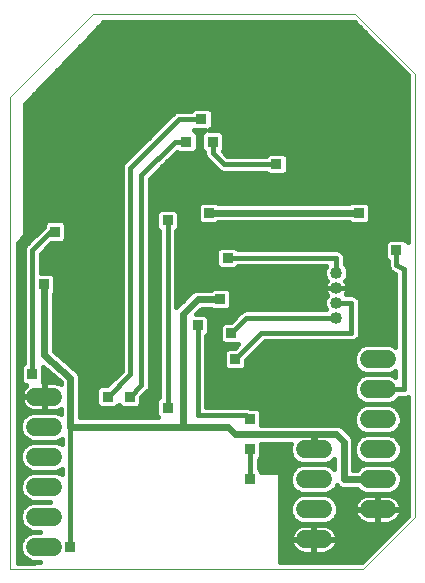
<source format=gbl>
G75*
%MOIN*%
%OFA0B0*%
%FSLAX25Y25*%
%IPPOS*%
%LPD*%
%AMOC8*
5,1,8,0,0,1.08239X$1,22.5*
%
%ADD10C,0.00000*%
%ADD11C,0.06000*%
%ADD12C,0.04000*%
%ADD13R,0.03562X0.03562*%
%ADD14C,0.02400*%
%ADD15C,0.01600*%
D10*
X0002817Y0003271D02*
X0002817Y0160771D01*
X0030317Y0188271D01*
X0117817Y0188271D01*
X0137817Y0168271D01*
X0137817Y0020771D01*
X0120317Y0003271D01*
X0002817Y0003271D01*
D11*
X0011167Y0010771D02*
X0017167Y0010771D01*
X0017167Y0020771D02*
X0011167Y0020771D01*
X0011167Y0030771D02*
X0017167Y0030771D01*
X0017167Y0040771D02*
X0011167Y0040771D01*
X0011167Y0050771D02*
X0017167Y0050771D01*
X0017167Y0060771D02*
X0011167Y0060771D01*
X0101067Y0043271D02*
X0107067Y0043271D01*
X0107067Y0033271D02*
X0101067Y0033271D01*
X0101067Y0023271D02*
X0107067Y0023271D01*
X0107067Y0013271D02*
X0101067Y0013271D01*
X0122317Y0023271D02*
X0128317Y0023271D01*
X0128317Y0033271D02*
X0122317Y0033271D01*
X0122317Y0043271D02*
X0128317Y0043271D01*
X0128317Y0053271D02*
X0122317Y0053271D01*
X0122317Y0063271D02*
X0128317Y0063271D01*
X0128317Y0073271D02*
X0122317Y0073271D01*
D12*
X0111567Y0087021D03*
X0111567Y0092021D03*
X0111567Y0097021D03*
X0111567Y0102021D03*
D13*
X0119067Y0122021D03*
X0131567Y0109521D03*
X0091567Y0138271D03*
X0089067Y0128271D03*
X0075317Y0107021D03*
X0072817Y0093271D03*
X0065317Y0084521D03*
X0076567Y0082021D03*
X0077817Y0073271D03*
X0082817Y0053271D03*
X0082817Y0043271D03*
X0082817Y0033271D03*
X0055317Y0057021D03*
X0042817Y0060771D03*
X0035317Y0060771D03*
X0010157Y0068271D03*
X0014107Y0098331D03*
X0021915Y0099521D03*
X0017817Y0115771D03*
X0055317Y0119521D03*
X0069067Y0122021D03*
X0070317Y0145771D03*
X0066567Y0153271D03*
X0061567Y0145771D03*
X0022897Y0010771D03*
D14*
X0022897Y0050771D02*
X0060317Y0050771D01*
X0075317Y0050771D01*
X0077817Y0048271D01*
X0104067Y0048271D01*
X0104067Y0043271D01*
X0104067Y0048271D02*
X0111567Y0048271D01*
X0114067Y0045771D01*
X0114067Y0033271D01*
X0125317Y0033271D01*
X0072817Y0093271D02*
X0065317Y0093271D01*
X0060317Y0088271D01*
X0060317Y0050771D01*
X0022897Y0050771D02*
X0022897Y0067081D01*
X0014107Y0074581D01*
X0014107Y0098331D01*
X0069067Y0122021D02*
X0119067Y0122021D01*
D15*
X0122848Y0121560D02*
X0135317Y0121560D01*
X0135317Y0119962D02*
X0122848Y0119962D01*
X0122848Y0119411D02*
X0121676Y0118239D01*
X0116457Y0118239D01*
X0115876Y0118821D01*
X0072257Y0118821D01*
X0071676Y0118239D01*
X0066457Y0118239D01*
X0065286Y0119411D01*
X0065286Y0124630D01*
X0066457Y0125802D01*
X0071676Y0125802D01*
X0072257Y0125221D01*
X0115876Y0125221D01*
X0116457Y0125802D01*
X0121676Y0125802D01*
X0122848Y0124630D01*
X0122848Y0119411D01*
X0121800Y0118363D02*
X0135317Y0118363D01*
X0135317Y0116765D02*
X0058952Y0116765D01*
X0059098Y0116911D02*
X0058117Y0115930D01*
X0058117Y0090596D01*
X0058504Y0090983D01*
X0063504Y0095983D01*
X0064680Y0096471D01*
X0069626Y0096471D01*
X0070207Y0097052D01*
X0075426Y0097052D01*
X0076598Y0095880D01*
X0076598Y0090661D01*
X0075426Y0089489D01*
X0070207Y0089489D01*
X0069626Y0090071D01*
X0066642Y0090071D01*
X0064873Y0088302D01*
X0067926Y0088302D01*
X0069098Y0087130D01*
X0069098Y0081911D01*
X0068117Y0080930D01*
X0068117Y0057321D01*
X0082124Y0057321D01*
X0082773Y0057052D01*
X0085426Y0057052D01*
X0086598Y0055880D01*
X0086598Y0051471D01*
X0112203Y0051471D01*
X0113379Y0050983D01*
X0116779Y0047583D01*
X0117267Y0046407D01*
X0117267Y0036471D01*
X0118446Y0036471D01*
X0119484Y0037509D01*
X0121322Y0038271D01*
X0129311Y0038271D01*
X0131149Y0039032D01*
X0132555Y0040438D01*
X0133317Y0042276D01*
X0133317Y0044265D01*
X0132555Y0046103D01*
X0131149Y0047509D01*
X0129311Y0048271D01*
X0131149Y0049032D01*
X0132555Y0050438D01*
X0133317Y0052276D01*
X0133317Y0054265D01*
X0132555Y0056103D01*
X0131149Y0057509D01*
X0129311Y0058271D01*
X0131149Y0059032D01*
X0132555Y0060438D01*
X0132569Y0060471D01*
X0134624Y0060471D01*
X0135317Y0060758D01*
X0135317Y0021099D01*
X0119988Y0005771D01*
X0092817Y0005771D01*
X0092817Y0035771D01*
X0086598Y0035771D01*
X0086598Y0035880D01*
X0085617Y0036861D01*
X0085617Y0039680D01*
X0086598Y0040661D01*
X0086598Y0045071D01*
X0096400Y0045071D01*
X0096067Y0044265D01*
X0096067Y0042276D01*
X0096828Y0040438D01*
X0098234Y0039032D01*
X0100072Y0038271D01*
X0108061Y0038271D01*
X0109899Y0039032D01*
X0110867Y0040000D01*
X0110867Y0036542D01*
X0109899Y0037509D01*
X0108061Y0038271D01*
X0100072Y0038271D01*
X0098234Y0037509D01*
X0096828Y0036103D01*
X0096067Y0034265D01*
X0096067Y0032276D01*
X0096828Y0030438D01*
X0098234Y0029032D01*
X0100072Y0028271D01*
X0108061Y0028271D01*
X0109899Y0029032D01*
X0111305Y0030438D01*
X0111618Y0031194D01*
X0112254Y0030558D01*
X0113430Y0030071D01*
X0118446Y0030071D01*
X0119484Y0029032D01*
X0121322Y0028271D01*
X0129311Y0028271D01*
X0131149Y0029032D01*
X0132555Y0030438D01*
X0133317Y0032276D01*
X0133317Y0034265D01*
X0132555Y0036103D01*
X0131149Y0037509D01*
X0129311Y0038271D01*
X0121322Y0038271D01*
X0119484Y0039032D01*
X0118078Y0040438D01*
X0117317Y0042276D01*
X0117317Y0044265D01*
X0118078Y0046103D01*
X0119484Y0047509D01*
X0121322Y0048271D01*
X0129311Y0048271D01*
X0121322Y0048271D01*
X0119484Y0049032D01*
X0118078Y0050438D01*
X0117317Y0052276D01*
X0117317Y0054265D01*
X0118078Y0056103D01*
X0119484Y0057509D01*
X0121322Y0058271D01*
X0129311Y0058271D01*
X0121322Y0058271D01*
X0119484Y0059032D01*
X0118078Y0060438D01*
X0117317Y0062276D01*
X0117317Y0064265D01*
X0118078Y0066103D01*
X0119484Y0067509D01*
X0121322Y0068271D01*
X0129311Y0068271D01*
X0131149Y0069032D01*
X0131267Y0069150D01*
X0131267Y0067392D01*
X0131149Y0067509D01*
X0129311Y0068271D01*
X0121322Y0068271D01*
X0119484Y0069032D01*
X0118078Y0070438D01*
X0117317Y0072276D01*
X0117317Y0074265D01*
X0118078Y0076103D01*
X0119484Y0077509D01*
X0121322Y0078271D01*
X0129311Y0078271D01*
X0131149Y0077509D01*
X0131267Y0077392D01*
X0131267Y0101540D01*
X0130403Y0101972D01*
X0129981Y0102147D01*
X0129908Y0102219D01*
X0129816Y0102265D01*
X0129517Y0102611D01*
X0129193Y0102935D01*
X0129154Y0103029D01*
X0129086Y0103107D01*
X0128942Y0103541D01*
X0128767Y0103964D01*
X0128767Y0104066D01*
X0128734Y0104164D01*
X0128767Y0104620D01*
X0128767Y0105930D01*
X0127786Y0106911D01*
X0127786Y0112130D01*
X0128957Y0113302D01*
X0134176Y0113302D01*
X0135317Y0112161D01*
X0135317Y0167942D01*
X0117488Y0185771D01*
X0034027Y0185771D01*
X0007797Y0158271D01*
X0007797Y0114561D01*
X0005317Y0112101D01*
X0005317Y0073511D01*
X0005357Y0069721D01*
X0005357Y0005271D01*
X0009833Y0005271D01*
X0012817Y0005771D01*
X0010172Y0005771D01*
X0008334Y0006532D01*
X0006928Y0007938D01*
X0006167Y0009776D01*
X0006167Y0011765D01*
X0006928Y0013603D01*
X0008334Y0015009D01*
X0010172Y0015771D01*
X0012817Y0015771D01*
X0010172Y0015771D01*
X0008334Y0016532D01*
X0006928Y0017938D01*
X0006167Y0019776D01*
X0006167Y0021765D01*
X0006928Y0023603D01*
X0008334Y0025009D01*
X0010172Y0025771D01*
X0016150Y0025771D01*
X0016150Y0025771D01*
X0010172Y0025771D01*
X0008334Y0026532D01*
X0006928Y0027938D01*
X0006167Y0029776D01*
X0006167Y0031765D01*
X0006928Y0033603D01*
X0008334Y0035009D01*
X0010172Y0035771D01*
X0018161Y0035771D01*
X0019999Y0036532D01*
X0020097Y0036630D01*
X0020097Y0034912D01*
X0019999Y0035009D01*
X0018161Y0035771D01*
X0010172Y0035771D01*
X0008334Y0036532D01*
X0006928Y0037938D01*
X0006167Y0039776D01*
X0006167Y0041765D01*
X0006928Y0043603D01*
X0008334Y0045009D01*
X0010172Y0045771D01*
X0018161Y0045771D01*
X0019999Y0046532D01*
X0020097Y0046630D01*
X0020097Y0044912D01*
X0019999Y0045009D01*
X0018161Y0045771D01*
X0010172Y0045771D01*
X0008334Y0046532D01*
X0006928Y0047938D01*
X0006167Y0049776D01*
X0006167Y0051765D01*
X0006928Y0053603D01*
X0008334Y0055009D01*
X0010172Y0055771D01*
X0018161Y0055771D01*
X0019697Y0055135D01*
X0019697Y0056676D01*
X0019682Y0056665D01*
X0019009Y0056322D01*
X0018291Y0056089D01*
X0017544Y0055971D01*
X0014367Y0055971D01*
X0014367Y0060570D01*
X0013967Y0060570D01*
X0013967Y0055971D01*
X0010789Y0055971D01*
X0010043Y0056089D01*
X0009324Y0056322D01*
X0008651Y0056665D01*
X0008040Y0057109D01*
X0007505Y0057644D01*
X0007061Y0058255D01*
X0006718Y0058928D01*
X0006485Y0059647D01*
X0006367Y0060393D01*
X0006367Y0060571D01*
X0013967Y0060571D01*
X0013967Y0060971D01*
X0013967Y0065571D01*
X0013847Y0065571D01*
X0013938Y0065661D01*
X0013938Y0070518D01*
X0019697Y0065604D01*
X0019697Y0064866D01*
X0019682Y0064876D01*
X0019009Y0065219D01*
X0018291Y0065452D01*
X0017544Y0065571D01*
X0014367Y0065571D01*
X0014367Y0060971D01*
X0013967Y0060971D01*
X0006367Y0060971D01*
X0006367Y0061148D01*
X0006485Y0061895D01*
X0006718Y0062613D01*
X0007061Y0063286D01*
X0007505Y0063898D01*
X0008040Y0064432D01*
X0008119Y0064489D01*
X0007547Y0064489D01*
X0006376Y0065661D01*
X0006376Y0070880D01*
X0007357Y0071861D01*
X0007357Y0109520D01*
X0007356Y0110073D01*
X0007357Y0110075D01*
X0007357Y0110078D01*
X0007569Y0110591D01*
X0007780Y0111103D01*
X0007782Y0111105D01*
X0007783Y0111107D01*
X0008175Y0111499D01*
X0014036Y0117378D01*
X0014036Y0118380D01*
X0015207Y0119552D01*
X0020426Y0119552D01*
X0021598Y0118380D01*
X0021598Y0113161D01*
X0020426Y0111989D01*
X0016572Y0111989D01*
X0012957Y0108363D01*
X0012957Y0102112D01*
X0016716Y0102112D01*
X0017888Y0100940D01*
X0017888Y0095721D01*
X0017307Y0095140D01*
X0017307Y0076057D01*
X0024589Y0069843D01*
X0024709Y0069793D01*
X0025070Y0069433D01*
X0025458Y0069102D01*
X0025517Y0068985D01*
X0025609Y0068893D01*
X0025805Y0068422D01*
X0026036Y0067968D01*
X0026047Y0067838D01*
X0026097Y0067717D01*
X0026097Y0067207D01*
X0026137Y0066699D01*
X0026097Y0066575D01*
X0026097Y0053971D01*
X0051976Y0053971D01*
X0051536Y0054411D01*
X0051536Y0059630D01*
X0052517Y0060611D01*
X0052517Y0115930D01*
X0051536Y0116911D01*
X0051536Y0122130D01*
X0052707Y0123302D01*
X0057926Y0123302D01*
X0059098Y0122130D01*
X0059098Y0116911D01*
X0059098Y0118363D02*
X0066333Y0118363D01*
X0065286Y0119962D02*
X0059098Y0119962D01*
X0059098Y0121560D02*
X0065286Y0121560D01*
X0065286Y0123159D02*
X0058069Y0123159D01*
X0055317Y0119521D02*
X0055317Y0057021D01*
X0052517Y0060817D02*
X0046823Y0060817D01*
X0046598Y0060592D02*
X0048153Y0062147D01*
X0048940Y0062935D01*
X0049367Y0063964D01*
X0049367Y0133361D01*
X0058476Y0142470D01*
X0058957Y0141989D01*
X0064176Y0141989D01*
X0065348Y0143161D01*
X0065348Y0148380D01*
X0064238Y0149489D01*
X0067645Y0149489D01*
X0066536Y0148380D01*
X0066536Y0143161D01*
X0067517Y0142180D01*
X0067517Y0141464D01*
X0067943Y0140435D01*
X0071693Y0136685D01*
X0071693Y0136685D01*
X0072481Y0135897D01*
X0073510Y0135471D01*
X0087976Y0135471D01*
X0088957Y0134489D01*
X0094176Y0134489D01*
X0095348Y0135661D01*
X0095348Y0140880D01*
X0094176Y0142052D01*
X0088957Y0142052D01*
X0087976Y0141071D01*
X0075226Y0141071D01*
X0073617Y0142680D01*
X0074098Y0143161D01*
X0074098Y0148380D01*
X0072926Y0149552D01*
X0069238Y0149552D01*
X0070348Y0150661D01*
X0070348Y0155880D01*
X0069176Y0157052D01*
X0063957Y0157052D01*
X0062976Y0156071D01*
X0058510Y0156071D01*
X0057481Y0155644D01*
X0041231Y0139394D01*
X0040443Y0138607D01*
X0040017Y0137578D01*
X0040017Y0069430D01*
X0035138Y0064552D01*
X0032707Y0064552D01*
X0031536Y0063380D01*
X0031536Y0058161D01*
X0032707Y0056989D01*
X0037926Y0056989D01*
X0039067Y0058130D01*
X0040207Y0056989D01*
X0045426Y0056989D01*
X0046598Y0058161D01*
X0046598Y0060592D01*
X0046598Y0059218D02*
X0051536Y0059218D01*
X0051536Y0057620D02*
X0046057Y0057620D01*
X0042817Y0060771D02*
X0046567Y0064521D01*
X0046567Y0134521D01*
X0057817Y0145771D01*
X0061567Y0145771D01*
X0065348Y0145538D02*
X0066536Y0145538D01*
X0066536Y0143940D02*
X0065348Y0143940D01*
X0064528Y0142341D02*
X0067356Y0142341D01*
X0067815Y0140743D02*
X0056748Y0140743D01*
X0058347Y0142341D02*
X0058606Y0142341D01*
X0055150Y0139144D02*
X0069233Y0139144D01*
X0070832Y0137546D02*
X0053551Y0137546D01*
X0051953Y0135947D02*
X0072430Y0135947D01*
X0074067Y0138271D02*
X0091567Y0138271D01*
X0095348Y0137546D02*
X0135317Y0137546D01*
X0135317Y0139144D02*
X0095348Y0139144D01*
X0095348Y0140743D02*
X0135317Y0140743D01*
X0135317Y0142341D02*
X0073956Y0142341D01*
X0074098Y0143940D02*
X0135317Y0143940D01*
X0135317Y0145538D02*
X0074098Y0145538D01*
X0074098Y0147137D02*
X0135317Y0147137D01*
X0135317Y0148735D02*
X0073743Y0148735D01*
X0070020Y0150334D02*
X0135317Y0150334D01*
X0135317Y0151932D02*
X0070348Y0151932D01*
X0070348Y0153531D02*
X0135317Y0153531D01*
X0135317Y0155129D02*
X0070348Y0155129D01*
X0069500Y0156728D02*
X0135317Y0156728D01*
X0135317Y0158326D02*
X0007850Y0158326D01*
X0007797Y0156728D02*
X0063633Y0156728D01*
X0066567Y0153271D02*
X0059067Y0153271D01*
X0042817Y0137021D01*
X0042817Y0068271D01*
X0035317Y0060771D01*
X0031536Y0060817D02*
X0026097Y0060817D01*
X0026097Y0062416D02*
X0031536Y0062416D01*
X0032169Y0064014D02*
X0026097Y0064014D01*
X0026097Y0065613D02*
X0036199Y0065613D01*
X0037797Y0067211D02*
X0026097Y0067211D01*
X0025644Y0068810D02*
X0039396Y0068810D01*
X0040017Y0070408D02*
X0023927Y0070408D01*
X0022053Y0072007D02*
X0040017Y0072007D01*
X0040017Y0073605D02*
X0020180Y0073605D01*
X0018307Y0075204D02*
X0040017Y0075204D01*
X0040017Y0076802D02*
X0017307Y0076802D01*
X0017307Y0078401D02*
X0040017Y0078401D01*
X0040017Y0079999D02*
X0017307Y0079999D01*
X0017307Y0081598D02*
X0040017Y0081598D01*
X0040017Y0083196D02*
X0017307Y0083196D01*
X0017307Y0084795D02*
X0040017Y0084795D01*
X0040017Y0086393D02*
X0017307Y0086393D01*
X0017307Y0087992D02*
X0040017Y0087992D01*
X0040017Y0089590D02*
X0017307Y0089590D01*
X0017307Y0091189D02*
X0040017Y0091189D01*
X0040017Y0092787D02*
X0017307Y0092787D01*
X0017307Y0094386D02*
X0040017Y0094386D01*
X0040017Y0095984D02*
X0017888Y0095984D01*
X0017888Y0097583D02*
X0040017Y0097583D01*
X0040017Y0099181D02*
X0017888Y0099181D01*
X0017888Y0100780D02*
X0040017Y0100780D01*
X0040017Y0102378D02*
X0012957Y0102378D01*
X0012957Y0103977D02*
X0040017Y0103977D01*
X0040017Y0105575D02*
X0012957Y0105575D01*
X0012957Y0107174D02*
X0040017Y0107174D01*
X0040017Y0108772D02*
X0013364Y0108772D01*
X0014958Y0110371D02*
X0040017Y0110371D01*
X0040017Y0111969D02*
X0016551Y0111969D01*
X0016567Y0115951D02*
X0010157Y0109521D01*
X0010157Y0068271D01*
X0013938Y0068810D02*
X0015940Y0068810D01*
X0014067Y0070408D02*
X0013938Y0070408D01*
X0013938Y0067211D02*
X0017814Y0067211D01*
X0019687Y0065613D02*
X0013889Y0065613D01*
X0013967Y0064014D02*
X0014367Y0064014D01*
X0014367Y0062416D02*
X0013967Y0062416D01*
X0013967Y0060817D02*
X0005357Y0060817D01*
X0005357Y0062416D02*
X0006654Y0062416D01*
X0007622Y0064014D02*
X0005357Y0064014D01*
X0005357Y0065613D02*
X0006424Y0065613D01*
X0006376Y0067211D02*
X0005357Y0067211D01*
X0005357Y0068810D02*
X0006376Y0068810D01*
X0006376Y0070408D02*
X0005349Y0070408D01*
X0005333Y0072007D02*
X0007357Y0072007D01*
X0007357Y0073605D02*
X0005317Y0073605D01*
X0005317Y0075204D02*
X0007357Y0075204D01*
X0007357Y0076802D02*
X0005317Y0076802D01*
X0005317Y0078401D02*
X0007357Y0078401D01*
X0007357Y0079999D02*
X0005317Y0079999D01*
X0005317Y0081598D02*
X0007357Y0081598D01*
X0007357Y0083196D02*
X0005317Y0083196D01*
X0005317Y0084795D02*
X0007357Y0084795D01*
X0007357Y0086393D02*
X0005317Y0086393D01*
X0005317Y0087992D02*
X0007357Y0087992D01*
X0007357Y0089590D02*
X0005317Y0089590D01*
X0005317Y0091189D02*
X0007357Y0091189D01*
X0007357Y0092787D02*
X0005317Y0092787D01*
X0005317Y0094386D02*
X0007357Y0094386D01*
X0007357Y0095984D02*
X0005317Y0095984D01*
X0005317Y0097583D02*
X0007357Y0097583D01*
X0007357Y0099181D02*
X0005317Y0099181D01*
X0005317Y0100780D02*
X0007357Y0100780D01*
X0007357Y0102378D02*
X0005317Y0102378D01*
X0005317Y0103977D02*
X0007357Y0103977D01*
X0007357Y0105575D02*
X0005317Y0105575D01*
X0005317Y0107174D02*
X0007357Y0107174D01*
X0007357Y0108772D02*
X0005317Y0108772D01*
X0005317Y0110371D02*
X0007478Y0110371D01*
X0008644Y0111969D02*
X0005317Y0111969D01*
X0006796Y0113568D02*
X0010238Y0113568D01*
X0011831Y0115166D02*
X0007797Y0115166D01*
X0007797Y0116765D02*
X0013425Y0116765D01*
X0014036Y0118363D02*
X0007797Y0118363D01*
X0007797Y0119962D02*
X0040017Y0119962D01*
X0040017Y0121560D02*
X0007797Y0121560D01*
X0007797Y0123159D02*
X0040017Y0123159D01*
X0040017Y0124757D02*
X0007797Y0124757D01*
X0007797Y0126356D02*
X0040017Y0126356D01*
X0040017Y0127954D02*
X0007797Y0127954D01*
X0007797Y0129553D02*
X0040017Y0129553D01*
X0040017Y0131151D02*
X0007797Y0131151D01*
X0007797Y0132750D02*
X0040017Y0132750D01*
X0040017Y0134349D02*
X0007797Y0134349D01*
X0007797Y0135947D02*
X0040017Y0135947D01*
X0040017Y0137546D02*
X0007797Y0137546D01*
X0007797Y0139144D02*
X0040980Y0139144D01*
X0042579Y0140743D02*
X0007797Y0140743D01*
X0007797Y0142341D02*
X0044177Y0142341D01*
X0045776Y0143940D02*
X0007797Y0143940D01*
X0007797Y0145538D02*
X0047374Y0145538D01*
X0048973Y0147137D02*
X0007797Y0147137D01*
X0007797Y0148735D02*
X0050571Y0148735D01*
X0052170Y0150334D02*
X0007797Y0150334D01*
X0007797Y0151932D02*
X0053768Y0151932D01*
X0055367Y0153531D02*
X0007797Y0153531D01*
X0007797Y0155129D02*
X0056965Y0155129D01*
X0064993Y0148735D02*
X0066891Y0148735D01*
X0066536Y0147137D02*
X0065348Y0147137D01*
X0070317Y0145771D02*
X0070317Y0142021D01*
X0074067Y0138271D01*
X0065413Y0124757D02*
X0049367Y0124757D01*
X0049367Y0123159D02*
X0052564Y0123159D01*
X0051536Y0121560D02*
X0049367Y0121560D01*
X0049367Y0119962D02*
X0051536Y0119962D01*
X0051536Y0118363D02*
X0049367Y0118363D01*
X0049367Y0116765D02*
X0051682Y0116765D01*
X0052517Y0115166D02*
X0049367Y0115166D01*
X0049367Y0113568D02*
X0052517Y0113568D01*
X0052517Y0111969D02*
X0049367Y0111969D01*
X0049367Y0110371D02*
X0052517Y0110371D01*
X0052517Y0108772D02*
X0049367Y0108772D01*
X0049367Y0107174D02*
X0052517Y0107174D01*
X0052517Y0105575D02*
X0049367Y0105575D01*
X0049367Y0103977D02*
X0052517Y0103977D01*
X0052517Y0102378D02*
X0049367Y0102378D01*
X0049367Y0100780D02*
X0052517Y0100780D01*
X0052517Y0099181D02*
X0049367Y0099181D01*
X0049367Y0097583D02*
X0052517Y0097583D01*
X0052517Y0095984D02*
X0049367Y0095984D01*
X0049367Y0094386D02*
X0052517Y0094386D01*
X0052517Y0092787D02*
X0049367Y0092787D01*
X0049367Y0091189D02*
X0052517Y0091189D01*
X0052517Y0089590D02*
X0049367Y0089590D01*
X0049367Y0087992D02*
X0052517Y0087992D01*
X0052517Y0086393D02*
X0049367Y0086393D01*
X0049367Y0084795D02*
X0052517Y0084795D01*
X0052517Y0083196D02*
X0049367Y0083196D01*
X0049367Y0081598D02*
X0052517Y0081598D01*
X0052517Y0079999D02*
X0049367Y0079999D01*
X0049367Y0078401D02*
X0052517Y0078401D01*
X0052517Y0076802D02*
X0049367Y0076802D01*
X0049367Y0075204D02*
X0052517Y0075204D01*
X0052517Y0073605D02*
X0049367Y0073605D01*
X0049367Y0072007D02*
X0052517Y0072007D01*
X0052517Y0070408D02*
X0049367Y0070408D01*
X0049367Y0068810D02*
X0052517Y0068810D01*
X0052517Y0067211D02*
X0049367Y0067211D01*
X0049367Y0065613D02*
X0052517Y0065613D01*
X0052517Y0064014D02*
X0049367Y0064014D01*
X0048421Y0062416D02*
X0052517Y0062416D01*
X0051536Y0056021D02*
X0026097Y0056021D01*
X0026097Y0054423D02*
X0051536Y0054423D01*
X0039577Y0057620D02*
X0038557Y0057620D01*
X0032077Y0057620D02*
X0026097Y0057620D01*
X0026097Y0059218D02*
X0031536Y0059218D01*
X0022897Y0050771D02*
X0022897Y0010771D01*
X0012817Y0015771D02*
X0012817Y0015771D01*
X0009477Y0016059D02*
X0005357Y0016059D01*
X0005357Y0017657D02*
X0007209Y0017657D01*
X0006382Y0019256D02*
X0005357Y0019256D01*
X0005357Y0020854D02*
X0006167Y0020854D01*
X0006451Y0022453D02*
X0005357Y0022453D01*
X0005357Y0024051D02*
X0007376Y0024051D01*
X0005357Y0025650D02*
X0009880Y0025650D01*
X0007618Y0027248D02*
X0005357Y0027248D01*
X0005357Y0028847D02*
X0006552Y0028847D01*
X0006167Y0030445D02*
X0005357Y0030445D01*
X0005357Y0032044D02*
X0006282Y0032044D01*
X0006967Y0033642D02*
X0005357Y0033642D01*
X0005357Y0035241D02*
X0008893Y0035241D01*
X0008027Y0036839D02*
X0005357Y0036839D01*
X0005357Y0038438D02*
X0006721Y0038438D01*
X0006167Y0040036D02*
X0005357Y0040036D01*
X0005357Y0041635D02*
X0006167Y0041635D01*
X0006775Y0043233D02*
X0005357Y0043233D01*
X0005357Y0044832D02*
X0008157Y0044832D01*
X0008579Y0046430D02*
X0005357Y0046430D01*
X0005357Y0048029D02*
X0006890Y0048029D01*
X0006228Y0049627D02*
X0005357Y0049627D01*
X0005357Y0051226D02*
X0006167Y0051226D01*
X0006605Y0052824D02*
X0005357Y0052824D01*
X0005357Y0054423D02*
X0007748Y0054423D01*
X0005357Y0056021D02*
X0010468Y0056021D01*
X0007529Y0057620D02*
X0005357Y0057620D01*
X0005357Y0059218D02*
X0006624Y0059218D01*
X0013967Y0059218D02*
X0014367Y0059218D01*
X0014367Y0057620D02*
X0013967Y0057620D01*
X0013967Y0056021D02*
X0014367Y0056021D01*
X0017866Y0056021D02*
X0019697Y0056021D01*
X0019754Y0046430D02*
X0020097Y0046430D01*
X0020097Y0035241D02*
X0019440Y0035241D01*
X0007785Y0014460D02*
X0005357Y0014460D01*
X0005357Y0012862D02*
X0006621Y0012862D01*
X0006167Y0011263D02*
X0005357Y0011263D01*
X0005357Y0009665D02*
X0006213Y0009665D01*
X0006875Y0008066D02*
X0005357Y0008066D01*
X0005357Y0006468D02*
X0008489Y0006468D01*
X0065317Y0054521D02*
X0081567Y0054521D01*
X0082817Y0053271D01*
X0086598Y0052824D02*
X0117317Y0052824D01*
X0117382Y0054423D02*
X0086598Y0054423D01*
X0086456Y0056021D02*
X0118044Y0056021D01*
X0119751Y0057620D02*
X0068117Y0057620D01*
X0068117Y0059218D02*
X0119298Y0059218D01*
X0117921Y0060817D02*
X0068117Y0060817D01*
X0068117Y0062416D02*
X0117317Y0062416D01*
X0117317Y0064014D02*
X0068117Y0064014D01*
X0068117Y0065613D02*
X0117875Y0065613D01*
X0119186Y0067211D02*
X0068117Y0067211D01*
X0068117Y0068810D02*
X0120021Y0068810D01*
X0118108Y0070408D02*
X0081345Y0070408D01*
X0081598Y0070661D02*
X0081598Y0073092D01*
X0087726Y0079221D01*
X0117124Y0079221D01*
X0118153Y0079647D01*
X0118940Y0080435D01*
X0119367Y0081464D01*
X0119367Y0092578D01*
X0118940Y0093607D01*
X0118153Y0094394D01*
X0117124Y0094821D01*
X0114667Y0094821D01*
X0114934Y0095221D01*
X0115221Y0095912D01*
X0115367Y0096646D01*
X0115367Y0097021D01*
X0115367Y0097395D01*
X0115221Y0098129D01*
X0114934Y0098821D01*
X0114569Y0099366D01*
X0114958Y0099755D01*
X0115567Y0101225D01*
X0115567Y0102816D01*
X0114958Y0104286D01*
X0114367Y0104877D01*
X0114367Y0107578D01*
X0113940Y0108607D01*
X0113153Y0109394D01*
X0112124Y0109821D01*
X0078907Y0109821D01*
X0077926Y0110802D01*
X0072707Y0110802D01*
X0071536Y0109630D01*
X0071536Y0104411D01*
X0072707Y0103239D01*
X0077926Y0103239D01*
X0078907Y0104221D01*
X0108148Y0104221D01*
X0107567Y0102816D01*
X0107567Y0101225D01*
X0108176Y0099755D01*
X0108564Y0099366D01*
X0108199Y0098821D01*
X0107913Y0098129D01*
X0107767Y0097395D01*
X0107767Y0097021D01*
X0111567Y0097021D01*
X0115367Y0097021D01*
X0111567Y0097021D01*
X0111567Y0097021D01*
X0111567Y0097021D01*
X0107767Y0097021D01*
X0107767Y0096646D01*
X0107913Y0095912D01*
X0108199Y0095221D01*
X0108564Y0094675D01*
X0108176Y0094286D01*
X0107567Y0092816D01*
X0107567Y0091225D01*
X0108148Y0089821D01*
X0081010Y0089821D01*
X0079981Y0089394D01*
X0079193Y0088607D01*
X0076388Y0085802D01*
X0073957Y0085802D01*
X0072786Y0084630D01*
X0072786Y0079411D01*
X0073957Y0078239D01*
X0078826Y0078239D01*
X0077638Y0077052D01*
X0075207Y0077052D01*
X0074036Y0075880D01*
X0074036Y0070661D01*
X0075207Y0069489D01*
X0080426Y0069489D01*
X0081598Y0070661D01*
X0081598Y0072007D02*
X0117428Y0072007D01*
X0117317Y0073605D02*
X0082111Y0073605D01*
X0083709Y0075204D02*
X0117705Y0075204D01*
X0118777Y0076802D02*
X0085308Y0076802D01*
X0086906Y0078401D02*
X0131267Y0078401D01*
X0131267Y0079999D02*
X0118505Y0079999D01*
X0119367Y0081598D02*
X0131267Y0081598D01*
X0131267Y0083196D02*
X0119367Y0083196D01*
X0119367Y0084795D02*
X0131267Y0084795D01*
X0131267Y0086393D02*
X0119367Y0086393D01*
X0119367Y0087992D02*
X0131267Y0087992D01*
X0131267Y0089590D02*
X0119367Y0089590D01*
X0119367Y0091189D02*
X0131267Y0091189D01*
X0131267Y0092787D02*
X0119280Y0092787D01*
X0118161Y0094386D02*
X0131267Y0094386D01*
X0131267Y0095984D02*
X0115235Y0095984D01*
X0115329Y0097583D02*
X0131267Y0097583D01*
X0131267Y0099181D02*
X0114693Y0099181D01*
X0115382Y0100780D02*
X0131267Y0100780D01*
X0129718Y0102378D02*
X0115567Y0102378D01*
X0115086Y0103977D02*
X0128767Y0103977D01*
X0128767Y0105575D02*
X0114367Y0105575D01*
X0114367Y0107174D02*
X0127786Y0107174D01*
X0127786Y0108772D02*
X0113775Y0108772D01*
X0111567Y0107021D02*
X0075317Y0107021D01*
X0071536Y0107174D02*
X0058117Y0107174D01*
X0058117Y0108772D02*
X0071536Y0108772D01*
X0072276Y0110371D02*
X0058117Y0110371D01*
X0058117Y0111969D02*
X0127786Y0111969D01*
X0127786Y0110371D02*
X0078357Y0110371D01*
X0078663Y0103977D02*
X0108047Y0103977D01*
X0107567Y0102378D02*
X0058117Y0102378D01*
X0058117Y0100780D02*
X0107751Y0100780D01*
X0108440Y0099181D02*
X0058117Y0099181D01*
X0058117Y0097583D02*
X0107804Y0097583D01*
X0107898Y0095984D02*
X0076494Y0095984D01*
X0076598Y0094386D02*
X0108275Y0094386D01*
X0107567Y0092787D02*
X0076598Y0092787D01*
X0076598Y0091189D02*
X0107582Y0091189D01*
X0111567Y0092021D02*
X0116567Y0092021D01*
X0116567Y0082021D01*
X0086567Y0082021D01*
X0077817Y0073271D01*
X0074958Y0076802D02*
X0068117Y0076802D01*
X0068117Y0075204D02*
X0074036Y0075204D01*
X0074036Y0073605D02*
X0068117Y0073605D01*
X0068117Y0072007D02*
X0074036Y0072007D01*
X0074289Y0070408D02*
X0068117Y0070408D01*
X0068117Y0078401D02*
X0073796Y0078401D01*
X0072786Y0079999D02*
X0068117Y0079999D01*
X0068784Y0081598D02*
X0072786Y0081598D01*
X0072786Y0083196D02*
X0069098Y0083196D01*
X0069098Y0084795D02*
X0072950Y0084795D01*
X0069098Y0086393D02*
X0076979Y0086393D01*
X0078578Y0087992D02*
X0068236Y0087992D01*
X0070106Y0089590D02*
X0066162Y0089590D01*
X0065317Y0084521D02*
X0065317Y0054521D01*
X0082817Y0043271D02*
X0082817Y0033271D01*
X0085639Y0036839D02*
X0097564Y0036839D01*
X0096471Y0035241D02*
X0092817Y0035241D01*
X0092817Y0033642D02*
X0096067Y0033642D01*
X0096163Y0032044D02*
X0092817Y0032044D01*
X0092817Y0030445D02*
X0096825Y0030445D01*
X0098681Y0028847D02*
X0092817Y0028847D01*
X0092817Y0027248D02*
X0097973Y0027248D01*
X0098234Y0027509D02*
X0096828Y0026103D01*
X0096067Y0024265D01*
X0096067Y0022276D01*
X0096828Y0020438D01*
X0098234Y0019032D01*
X0100072Y0018271D01*
X0108061Y0018271D01*
X0109899Y0019032D01*
X0111305Y0020438D01*
X0112067Y0022276D01*
X0112067Y0024265D01*
X0111305Y0026103D01*
X0109899Y0027509D01*
X0108061Y0028271D01*
X0100072Y0028271D01*
X0098234Y0027509D01*
X0096640Y0025650D02*
X0092817Y0025650D01*
X0092817Y0024051D02*
X0096067Y0024051D01*
X0096067Y0022453D02*
X0092817Y0022453D01*
X0092817Y0020854D02*
X0096656Y0020854D01*
X0098010Y0019256D02*
X0092817Y0019256D01*
X0092817Y0017657D02*
X0099103Y0017657D01*
X0099224Y0017719D02*
X0098551Y0017376D01*
X0097940Y0016932D01*
X0097405Y0016398D01*
X0096961Y0015786D01*
X0096618Y0015113D01*
X0096385Y0014395D01*
X0096267Y0013648D01*
X0096267Y0013471D01*
X0103867Y0013471D01*
X0103867Y0018071D01*
X0100689Y0018071D01*
X0099943Y0017952D01*
X0099224Y0017719D01*
X0097159Y0016059D02*
X0092817Y0016059D01*
X0092817Y0014460D02*
X0096406Y0014460D01*
X0096267Y0013071D02*
X0096267Y0012893D01*
X0096385Y0012147D01*
X0096618Y0011428D01*
X0096961Y0010755D01*
X0097405Y0010144D01*
X0097940Y0009609D01*
X0098551Y0009165D01*
X0099224Y0008822D01*
X0099943Y0008589D01*
X0100689Y0008471D01*
X0103867Y0008471D01*
X0103867Y0013070D01*
X0104267Y0013070D01*
X0104267Y0008471D01*
X0107444Y0008471D01*
X0108191Y0008589D01*
X0108909Y0008822D01*
X0109582Y0009165D01*
X0110194Y0009609D01*
X0110728Y0010144D01*
X0111172Y0010755D01*
X0111515Y0011428D01*
X0111748Y0012147D01*
X0111867Y0012893D01*
X0111867Y0013071D01*
X0104267Y0013071D01*
X0104267Y0013471D01*
X0103867Y0013471D01*
X0103867Y0013071D01*
X0096267Y0013071D01*
X0096272Y0012862D02*
X0092817Y0012862D01*
X0092817Y0011263D02*
X0096702Y0011263D01*
X0097884Y0009665D02*
X0092817Y0009665D01*
X0092817Y0008066D02*
X0122284Y0008066D01*
X0123882Y0009665D02*
X0110249Y0009665D01*
X0111431Y0011263D02*
X0125481Y0011263D01*
X0127079Y0012862D02*
X0111862Y0012862D01*
X0111867Y0013471D02*
X0111867Y0013648D01*
X0111748Y0014395D01*
X0111515Y0015113D01*
X0111172Y0015786D01*
X0110728Y0016398D01*
X0110194Y0016932D01*
X0109582Y0017376D01*
X0108909Y0017719D01*
X0108191Y0017952D01*
X0107444Y0018071D01*
X0104267Y0018071D01*
X0104267Y0013471D01*
X0111867Y0013471D01*
X0111727Y0014460D02*
X0128678Y0014460D01*
X0130276Y0016059D02*
X0110974Y0016059D01*
X0109030Y0017657D02*
X0131875Y0017657D01*
X0130832Y0019165D02*
X0131444Y0019609D01*
X0131978Y0020144D01*
X0132422Y0020755D01*
X0132765Y0021428D01*
X0132998Y0022147D01*
X0133117Y0022893D01*
X0133117Y0023071D01*
X0125517Y0023071D01*
X0125517Y0023471D01*
X0125117Y0023471D01*
X0125117Y0028071D01*
X0121939Y0028071D01*
X0121193Y0027952D01*
X0120474Y0027719D01*
X0119801Y0027376D01*
X0119190Y0026932D01*
X0118655Y0026398D01*
X0118211Y0025786D01*
X0117868Y0025113D01*
X0117635Y0024395D01*
X0117517Y0023648D01*
X0117517Y0023471D01*
X0125117Y0023471D01*
X0125117Y0023071D01*
X0125117Y0023070D02*
X0125517Y0023070D01*
X0125517Y0018471D01*
X0128694Y0018471D01*
X0129441Y0018589D01*
X0130159Y0018822D01*
X0130832Y0019165D01*
X0130957Y0019256D02*
X0133473Y0019256D01*
X0132473Y0020854D02*
X0135072Y0020854D01*
X0135317Y0022453D02*
X0133047Y0022453D01*
X0133117Y0023471D02*
X0133117Y0023648D01*
X0132998Y0024395D01*
X0132765Y0025113D01*
X0132422Y0025786D01*
X0131978Y0026398D01*
X0131444Y0026932D01*
X0130832Y0027376D01*
X0130159Y0027719D01*
X0129441Y0027952D01*
X0128694Y0028071D01*
X0125517Y0028071D01*
X0125517Y0023471D01*
X0133117Y0023471D01*
X0133053Y0024051D02*
X0135317Y0024051D01*
X0135317Y0025650D02*
X0132492Y0025650D01*
X0131008Y0027248D02*
X0135317Y0027248D01*
X0135317Y0028847D02*
X0130702Y0028847D01*
X0132558Y0030445D02*
X0135317Y0030445D01*
X0135317Y0032044D02*
X0133220Y0032044D01*
X0133317Y0033642D02*
X0135317Y0033642D01*
X0135317Y0035241D02*
X0132913Y0035241D01*
X0131819Y0036839D02*
X0135317Y0036839D01*
X0135317Y0038438D02*
X0129715Y0038438D01*
X0132153Y0040036D02*
X0135317Y0040036D01*
X0135317Y0041635D02*
X0133051Y0041635D01*
X0133317Y0043233D02*
X0135317Y0043233D01*
X0135317Y0044832D02*
X0133082Y0044832D01*
X0132228Y0046430D02*
X0135317Y0046430D01*
X0135317Y0048029D02*
X0129895Y0048029D01*
X0131745Y0049627D02*
X0135317Y0049627D01*
X0135317Y0051226D02*
X0132882Y0051226D01*
X0133317Y0052824D02*
X0135317Y0052824D01*
X0135317Y0054423D02*
X0133251Y0054423D01*
X0132589Y0056021D02*
X0135317Y0056021D01*
X0135317Y0057620D02*
X0130882Y0057620D01*
X0131336Y0059218D02*
X0135317Y0059218D01*
X0134067Y0063271D02*
X0125317Y0063271D01*
X0130612Y0068810D02*
X0131267Y0068810D01*
X0134067Y0063271D02*
X0134067Y0103271D01*
X0131567Y0104521D01*
X0131567Y0109521D01*
X0135317Y0113568D02*
X0058117Y0113568D01*
X0058117Y0115166D02*
X0135317Y0115166D01*
X0135317Y0123159D02*
X0122848Y0123159D01*
X0122720Y0124757D02*
X0135317Y0124757D01*
X0135317Y0126356D02*
X0049367Y0126356D01*
X0049367Y0127954D02*
X0135317Y0127954D01*
X0135317Y0129553D02*
X0049367Y0129553D01*
X0049367Y0131151D02*
X0135317Y0131151D01*
X0135317Y0132750D02*
X0049367Y0132750D01*
X0050354Y0134349D02*
X0135317Y0134349D01*
X0135317Y0135947D02*
X0095348Y0135947D01*
X0116333Y0118363D02*
X0071800Y0118363D01*
X0071536Y0105575D02*
X0058117Y0105575D01*
X0058117Y0103977D02*
X0071970Y0103977D01*
X0063506Y0095984D02*
X0058117Y0095984D01*
X0058117Y0094386D02*
X0061906Y0094386D01*
X0060308Y0092787D02*
X0058117Y0092787D01*
X0058117Y0091189D02*
X0058709Y0091189D01*
X0075527Y0089590D02*
X0080454Y0089590D01*
X0081567Y0087021D02*
X0111567Y0087021D01*
X0111567Y0102021D02*
X0111567Y0107021D01*
X0081567Y0087021D02*
X0076567Y0082021D01*
X0086598Y0044832D02*
X0096301Y0044832D01*
X0096067Y0043233D02*
X0086598Y0043233D01*
X0086598Y0041635D02*
X0096332Y0041635D01*
X0097230Y0040036D02*
X0085973Y0040036D01*
X0085617Y0038438D02*
X0099668Y0038438D01*
X0108465Y0038438D02*
X0110867Y0038438D01*
X0110867Y0036839D02*
X0110569Y0036839D01*
X0111308Y0030445D02*
X0112526Y0030445D01*
X0109452Y0028847D02*
X0119931Y0028847D01*
X0119625Y0027248D02*
X0110160Y0027248D01*
X0111493Y0025650D02*
X0118142Y0025650D01*
X0117580Y0024051D02*
X0112067Y0024051D01*
X0112067Y0022453D02*
X0117586Y0022453D01*
X0117635Y0022147D02*
X0117868Y0021428D01*
X0118211Y0020755D01*
X0118655Y0020144D01*
X0119190Y0019609D01*
X0119801Y0019165D01*
X0120474Y0018822D01*
X0121193Y0018589D01*
X0121939Y0018471D01*
X0125117Y0018471D01*
X0125117Y0023070D01*
X0125117Y0023071D02*
X0117517Y0023071D01*
X0117517Y0022893D01*
X0117635Y0022147D01*
X0118161Y0020854D02*
X0111478Y0020854D01*
X0110123Y0019256D02*
X0119676Y0019256D01*
X0125117Y0019256D02*
X0125517Y0019256D01*
X0125517Y0020854D02*
X0125117Y0020854D01*
X0125117Y0022453D02*
X0125517Y0022453D01*
X0125517Y0024051D02*
X0125117Y0024051D01*
X0125117Y0025650D02*
X0125517Y0025650D01*
X0125517Y0027248D02*
X0125117Y0027248D01*
X0118814Y0036839D02*
X0117267Y0036839D01*
X0117267Y0038438D02*
X0120918Y0038438D01*
X0118480Y0040036D02*
X0117267Y0040036D01*
X0117267Y0041635D02*
X0117582Y0041635D01*
X0117317Y0043233D02*
X0117267Y0043233D01*
X0117267Y0044832D02*
X0117551Y0044832D01*
X0117257Y0046430D02*
X0118405Y0046430D01*
X0116334Y0048029D02*
X0120739Y0048029D01*
X0118889Y0049627D02*
X0114735Y0049627D01*
X0112794Y0051226D02*
X0117752Y0051226D01*
X0104267Y0017657D02*
X0103867Y0017657D01*
X0103867Y0016059D02*
X0104267Y0016059D01*
X0104267Y0014460D02*
X0103867Y0014460D01*
X0103867Y0012862D02*
X0104267Y0012862D01*
X0104267Y0011263D02*
X0103867Y0011263D01*
X0103867Y0009665D02*
X0104267Y0009665D01*
X0092817Y0006468D02*
X0120685Y0006468D01*
X0040017Y0113568D02*
X0021598Y0113568D01*
X0021598Y0115166D02*
X0040017Y0115166D01*
X0040017Y0116765D02*
X0021598Y0116765D01*
X0021598Y0118363D02*
X0040017Y0118363D01*
X0021915Y0099521D02*
X0021567Y0099521D01*
X0017817Y0115771D02*
X0016567Y0115951D01*
X0009374Y0159925D02*
X0135317Y0159925D01*
X0135317Y0161523D02*
X0010899Y0161523D01*
X0012424Y0163122D02*
X0135317Y0163122D01*
X0135317Y0164720D02*
X0013948Y0164720D01*
X0015473Y0166319D02*
X0135317Y0166319D01*
X0135317Y0167917D02*
X0016998Y0167917D01*
X0018523Y0169516D02*
X0133743Y0169516D01*
X0132145Y0171114D02*
X0020047Y0171114D01*
X0021572Y0172713D02*
X0130546Y0172713D01*
X0128948Y0174311D02*
X0023097Y0174311D01*
X0024621Y0175910D02*
X0127349Y0175910D01*
X0125751Y0177508D02*
X0026146Y0177508D01*
X0027671Y0179107D02*
X0124152Y0179107D01*
X0122553Y0180705D02*
X0029195Y0180705D01*
X0030720Y0182304D02*
X0120955Y0182304D01*
X0119356Y0183902D02*
X0032245Y0183902D01*
X0033769Y0185501D02*
X0117758Y0185501D01*
M02*

</source>
